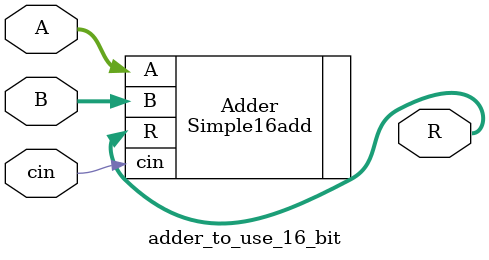
<source format=v>
module adder_to_use_16_bit
(

input [15:0] A, B,
output [15:0] R,
input cin

);


Simple16add Adder(.A(A) , .B(B) , .cin(cin) , .R(R));


endmodule
</source>
